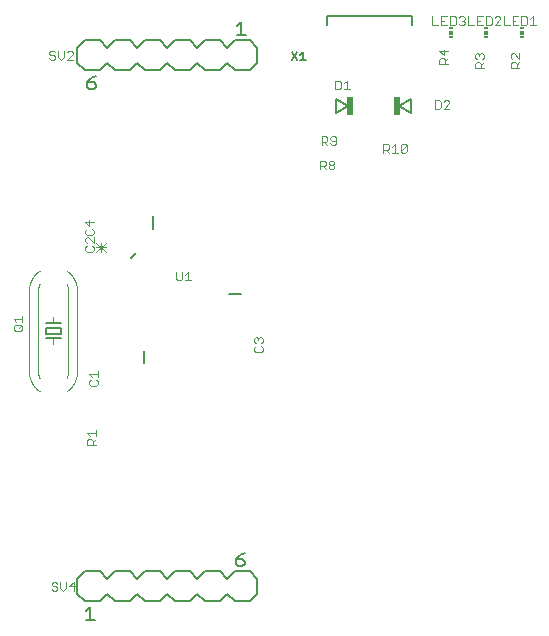
<source format=gbr>
G04 EAGLE Gerber RS-274X export*
G75*
%MOMM*%
%FSLAX34Y34*%
%LPD*%
%INSilkscreen Top*%
%IPPOS*%
%AMOC8*
5,1,8,0,0,1.08239X$1,22.5*%
G01*
%ADD10C,0.076200*%
%ADD11C,0.203200*%
%ADD12R,0.609600X1.574800*%
%ADD13R,0.300000X0.150000*%
%ADD14R,0.300000X0.300000*%
%ADD15C,0.050800*%
%ADD16C,0.152400*%
%ADD17C,0.127000*%


D10*
X373078Y220415D02*
X371850Y219186D01*
X371850Y216729D01*
X373078Y215500D01*
X377993Y215500D01*
X379222Y216729D01*
X379222Y219186D01*
X377993Y220415D01*
X374307Y222984D02*
X371850Y225442D01*
X379222Y225442D01*
X379222Y227899D02*
X379222Y222984D01*
X368484Y332580D02*
X369713Y333808D01*
X368484Y332580D02*
X368484Y330122D01*
X369713Y328894D01*
X374628Y328894D01*
X375857Y330122D01*
X375857Y332580D01*
X374628Y333808D01*
X375857Y336378D02*
X375857Y341293D01*
X375857Y336378D02*
X370942Y341293D01*
X369713Y341293D01*
X368484Y340064D01*
X368484Y337606D01*
X369713Y336378D01*
X511550Y247761D02*
X512778Y248990D01*
X511550Y247761D02*
X511550Y245304D01*
X512778Y244075D01*
X517693Y244075D01*
X518922Y245304D01*
X518922Y247761D01*
X517693Y248990D01*
X512778Y251559D02*
X511550Y252788D01*
X511550Y255245D01*
X512778Y256474D01*
X514007Y256474D01*
X515236Y255245D01*
X515236Y254017D01*
X515236Y255245D02*
X516465Y256474D01*
X517693Y256474D01*
X518922Y255245D01*
X518922Y252788D01*
X517693Y251559D01*
X369713Y348096D02*
X368484Y346867D01*
X368484Y344410D01*
X369713Y343181D01*
X374628Y343181D01*
X375857Y344410D01*
X375857Y346867D01*
X374628Y348096D01*
X375857Y354351D02*
X368484Y354351D01*
X372170Y350665D01*
X372170Y355580D01*
D11*
X581105Y446338D02*
X591105Y452338D01*
X581105Y458338D01*
X581105Y446338D01*
D12*
X592963Y452338D03*
D10*
X580090Y466498D02*
X580090Y473870D01*
X580090Y466498D02*
X583776Y466498D01*
X585005Y467727D01*
X585005Y472642D01*
X583776Y473870D01*
X580090Y473870D01*
X587574Y471413D02*
X590032Y473870D01*
X590032Y466498D01*
X592489Y466498D02*
X587574Y466498D01*
D11*
X634445Y452338D02*
X644445Y458338D01*
X634445Y452338D02*
X644445Y446338D01*
X644445Y458338D01*
D12*
X632587Y452338D03*
D10*
X664591Y449861D02*
X664591Y457233D01*
X664591Y449861D02*
X668277Y449861D01*
X669506Y451090D01*
X669506Y456005D01*
X668277Y457233D01*
X664591Y457233D01*
X672075Y449861D02*
X676990Y449861D01*
X672075Y449861D02*
X676990Y454776D01*
X676990Y456005D01*
X675761Y457233D01*
X673304Y457233D01*
X672075Y456005D01*
D13*
X738275Y510500D03*
X738275Y518000D03*
D14*
X738275Y514250D03*
D10*
X722919Y520791D02*
X722919Y528163D01*
X722919Y520791D02*
X727834Y520791D01*
X730404Y528163D02*
X735318Y528163D01*
X730404Y528163D02*
X730404Y520791D01*
X735318Y520791D01*
X732861Y524477D02*
X730404Y524477D01*
X737888Y528163D02*
X737888Y520791D01*
X741574Y520791D01*
X742803Y522019D01*
X742803Y526934D01*
X741574Y528163D01*
X737888Y528163D01*
X745372Y525705D02*
X747829Y528163D01*
X747829Y520791D01*
X745372Y520791D02*
X750287Y520791D01*
D13*
X708113Y510500D03*
X708113Y518000D03*
D14*
X708113Y514250D03*
D10*
X692757Y520791D02*
X692757Y528163D01*
X692757Y520791D02*
X697672Y520791D01*
X700241Y528163D02*
X705156Y528163D01*
X700241Y528163D02*
X700241Y520791D01*
X705156Y520791D01*
X702698Y524477D02*
X700241Y524477D01*
X707725Y528163D02*
X707725Y520791D01*
X711411Y520791D01*
X712640Y522019D01*
X712640Y526934D01*
X711411Y528163D01*
X707725Y528163D01*
X715209Y520791D02*
X720124Y520791D01*
X720124Y525705D02*
X715209Y520791D01*
X720124Y525705D02*
X720124Y526934D01*
X718895Y528163D01*
X716438Y528163D01*
X715209Y526934D01*
D15*
X352741Y312927D02*
X353146Y312644D01*
X353545Y312351D01*
X353936Y312049D01*
X354320Y311737D01*
X354696Y311416D01*
X355064Y311086D01*
X355424Y310747D01*
X355775Y310399D01*
X356118Y310043D01*
X356453Y309678D01*
X356778Y309306D01*
X357094Y308926D01*
X357401Y308538D01*
X357698Y308143D01*
X357986Y307740D01*
X358263Y307331D01*
X358531Y306916D01*
X358788Y306493D01*
X359035Y306065D01*
X359272Y305631D01*
X359498Y305191D01*
X359713Y304746D01*
X359917Y304296D01*
X360111Y303840D01*
X360293Y303381D01*
X360464Y302917D01*
X360623Y302449D01*
X360771Y301977D01*
X360908Y301502D01*
X361033Y301023D01*
X361146Y300542D01*
X361248Y300058D01*
X361338Y299572D01*
X361416Y299084D01*
X361482Y298594D01*
X361536Y298102D01*
X361578Y297609D01*
X361608Y297116D01*
X361626Y296622D01*
X361632Y296127D01*
X361633Y227547D02*
X361627Y227053D01*
X361609Y226559D01*
X361579Y226065D01*
X361537Y225573D01*
X361483Y225081D01*
X361417Y224591D01*
X361339Y224103D01*
X361249Y223616D01*
X361148Y223133D01*
X361034Y222651D01*
X360909Y222173D01*
X360773Y221698D01*
X360625Y221226D01*
X360465Y220758D01*
X360294Y220294D01*
X360112Y219834D01*
X359919Y219379D01*
X359715Y218928D01*
X359500Y218483D01*
X359274Y218043D01*
X359037Y217609D01*
X358790Y217181D01*
X358533Y216759D01*
X358265Y216343D01*
X357987Y215934D01*
X357700Y215531D01*
X357403Y215136D01*
X357096Y214748D01*
X356780Y214368D01*
X356454Y213996D01*
X356120Y213631D01*
X355777Y213275D01*
X355426Y212927D01*
X355066Y212588D01*
X354698Y212258D01*
X354322Y211937D01*
X353938Y211625D01*
X353547Y211322D01*
X353148Y211030D01*
X352743Y210746D01*
X328613Y227548D02*
X328613Y296128D01*
X320993Y296128D02*
X320993Y227548D01*
X354013Y227548D02*
X354013Y296128D01*
X328612Y227547D02*
X328616Y227246D01*
X328626Y226944D01*
X328644Y226644D01*
X328669Y226343D01*
X328701Y226043D01*
X328741Y225744D01*
X328787Y225446D01*
X328840Y225150D01*
X328901Y224854D01*
X328968Y224561D01*
X329042Y224268D01*
X329124Y223978D01*
X329212Y223690D01*
X329307Y223404D01*
X329409Y223120D01*
X329517Y222839D01*
X329632Y222560D01*
X329754Y222284D01*
X329882Y222011D01*
X352743Y222011D02*
X352871Y222284D01*
X352993Y222560D01*
X353108Y222839D01*
X353216Y223120D01*
X353318Y223404D01*
X353413Y223690D01*
X353501Y223978D01*
X353583Y224268D01*
X353657Y224561D01*
X353724Y224854D01*
X353785Y225150D01*
X353838Y225446D01*
X353884Y225744D01*
X353924Y226043D01*
X353956Y226343D01*
X353981Y226644D01*
X353999Y226944D01*
X354009Y227246D01*
X354013Y227547D01*
X329882Y210746D02*
X329477Y211029D01*
X329078Y211322D01*
X328687Y211625D01*
X328303Y211937D01*
X327927Y212258D01*
X327559Y212588D01*
X327199Y212927D01*
X326848Y213275D01*
X326505Y213631D01*
X326170Y213995D01*
X325845Y214368D01*
X325529Y214748D01*
X325222Y215136D01*
X324925Y215531D01*
X324637Y215933D01*
X324360Y216343D01*
X324092Y216758D01*
X323835Y217181D01*
X323588Y217609D01*
X323351Y218043D01*
X323125Y218483D01*
X322910Y218928D01*
X322705Y219378D01*
X322512Y219834D01*
X322330Y220293D01*
X322159Y220757D01*
X322000Y221225D01*
X321851Y221697D01*
X321715Y222172D01*
X321590Y222651D01*
X321477Y223132D01*
X321375Y223616D01*
X321285Y224102D01*
X321207Y224591D01*
X321141Y225081D01*
X321087Y225572D01*
X321045Y226065D01*
X321015Y226559D01*
X320997Y227053D01*
X320991Y227547D01*
X320992Y296128D02*
X320998Y296622D01*
X321016Y297116D01*
X321046Y297610D01*
X321088Y298102D01*
X321142Y298594D01*
X321208Y299084D01*
X321286Y299572D01*
X321376Y300059D01*
X321477Y300542D01*
X321591Y301024D01*
X321716Y301502D01*
X321852Y301977D01*
X322000Y302449D01*
X322160Y302917D01*
X322331Y303381D01*
X322513Y303841D01*
X322706Y304296D01*
X322910Y304747D01*
X323125Y305192D01*
X323351Y305632D01*
X323588Y306066D01*
X323835Y306494D01*
X324092Y306916D01*
X324360Y307332D01*
X324638Y307741D01*
X324925Y308144D01*
X325222Y308539D01*
X325529Y308927D01*
X325845Y309307D01*
X326171Y309679D01*
X326505Y310044D01*
X326848Y310400D01*
X327199Y310748D01*
X327559Y311087D01*
X327927Y311417D01*
X328303Y311738D01*
X328687Y312050D01*
X329078Y312353D01*
X329477Y312645D01*
X329882Y312929D01*
X329882Y301664D02*
X329754Y301391D01*
X329632Y301115D01*
X329517Y300836D01*
X329409Y300555D01*
X329307Y300271D01*
X329212Y299985D01*
X329124Y299697D01*
X329042Y299407D01*
X328968Y299114D01*
X328901Y298821D01*
X328840Y298525D01*
X328787Y298229D01*
X328741Y297931D01*
X328701Y297632D01*
X328669Y297332D01*
X328644Y297031D01*
X328626Y296731D01*
X328616Y296429D01*
X328612Y296128D01*
X352743Y301664D02*
X352871Y301391D01*
X352993Y301115D01*
X353108Y300836D01*
X353216Y300555D01*
X353318Y300271D01*
X353413Y299985D01*
X353501Y299697D01*
X353583Y299407D01*
X353657Y299114D01*
X353724Y298821D01*
X353785Y298525D01*
X353838Y298229D01*
X353884Y297931D01*
X353924Y297632D01*
X353956Y297332D01*
X353981Y297031D01*
X353999Y296731D01*
X354009Y296429D01*
X354013Y296128D01*
X361633Y296128D02*
X361633Y227548D01*
D16*
X347663Y259298D02*
X334963Y259298D01*
X347663Y259298D02*
X347663Y264378D01*
X334963Y264378D01*
X334963Y259298D01*
X334963Y255488D02*
X341313Y255488D01*
X347663Y255488D01*
D15*
X341313Y255488D02*
X341313Y250408D01*
D16*
X341313Y268188D02*
X334963Y268188D01*
X341313Y268188D02*
X347663Y268188D01*
D15*
X341313Y268188D02*
X341313Y273268D01*
D10*
X314033Y262219D02*
X309118Y262219D01*
X307889Y263447D01*
X307889Y265905D01*
X309118Y267133D01*
X314033Y267133D01*
X315262Y265905D01*
X315262Y263447D01*
X314033Y262219D01*
X312804Y264676D02*
X315262Y267133D01*
X310347Y269703D02*
X307889Y272160D01*
X315262Y272160D01*
X315262Y269703D02*
X315262Y274618D01*
X370072Y165381D02*
X377444Y165381D01*
X370072Y165381D02*
X370072Y169067D01*
X371300Y170296D01*
X373758Y170296D01*
X374987Y169067D01*
X374987Y165381D01*
X374987Y167838D02*
X377444Y170296D01*
X372529Y172865D02*
X370072Y175323D01*
X377444Y175323D01*
X377444Y177780D02*
X377444Y172865D01*
X620866Y412841D02*
X620866Y420213D01*
X624552Y420213D01*
X625781Y418984D01*
X625781Y416527D01*
X624552Y415298D01*
X620866Y415298D01*
X623323Y415298D02*
X625781Y412841D01*
X628350Y417755D02*
X630808Y420213D01*
X630808Y412841D01*
X633265Y412841D02*
X628350Y412841D01*
X635834Y414069D02*
X635834Y418984D01*
X637063Y420213D01*
X639520Y420213D01*
X640749Y418984D01*
X640749Y414069D01*
X639520Y412841D01*
X637063Y412841D01*
X635834Y414069D01*
X640749Y418984D01*
X728847Y484469D02*
X736219Y484469D01*
X728847Y484469D02*
X728847Y488155D01*
X730075Y489383D01*
X732533Y489383D01*
X733762Y488155D01*
X733762Y484469D01*
X733762Y486926D02*
X736219Y489383D01*
X736219Y491953D02*
X736219Y496868D01*
X736219Y491953D02*
X731304Y496868D01*
X730075Y496868D01*
X728847Y495639D01*
X728847Y493181D01*
X730075Y491953D01*
X706057Y484469D02*
X698684Y484469D01*
X698684Y488155D01*
X699913Y489383D01*
X702370Y489383D01*
X703599Y488155D01*
X703599Y484469D01*
X703599Y486926D02*
X706057Y489383D01*
X699913Y491953D02*
X698684Y493181D01*
X698684Y495639D01*
X699913Y496868D01*
X701142Y496868D01*
X702370Y495639D01*
X702370Y494410D01*
X702370Y495639D02*
X703599Y496868D01*
X704828Y496868D01*
X706057Y495639D01*
X706057Y493181D01*
X704828Y491953D01*
X567119Y406116D02*
X567119Y398744D01*
X567119Y406116D02*
X570805Y406116D01*
X572033Y404887D01*
X572033Y402430D01*
X570805Y401201D01*
X567119Y401201D01*
X569576Y401201D02*
X572033Y398744D01*
X574603Y404887D02*
X575831Y406116D01*
X578289Y406116D01*
X579518Y404887D01*
X579518Y403658D01*
X578289Y402430D01*
X579518Y401201D01*
X579518Y399972D01*
X578289Y398744D01*
X575831Y398744D01*
X574603Y399972D01*
X574603Y401201D01*
X575831Y402430D01*
X574603Y403658D01*
X574603Y404887D01*
X575831Y402430D02*
X578289Y402430D01*
X568706Y419381D02*
X568706Y426753D01*
X572392Y426753D01*
X573621Y425525D01*
X573621Y423067D01*
X572392Y421838D01*
X568706Y421838D01*
X571163Y421838D02*
X573621Y419381D01*
X576190Y420610D02*
X577419Y419381D01*
X579876Y419381D01*
X581105Y420610D01*
X581105Y425525D01*
X579876Y426753D01*
X577419Y426753D01*
X576190Y425525D01*
X576190Y424296D01*
X577419Y423067D01*
X581105Y423067D01*
D16*
X418084Y244947D02*
X418084Y234787D01*
X426212Y348579D02*
X426212Y358993D01*
X489966Y292953D02*
X500126Y292953D01*
X411480Y327497D02*
X407416Y323433D01*
D10*
X385790Y328599D02*
X377825Y336564D01*
X377825Y328599D02*
X385790Y336564D01*
X385790Y332582D02*
X377825Y332582D01*
X381808Y328599D02*
X381808Y336564D01*
X377825Y336564D02*
X385790Y328599D01*
X377825Y328599D02*
X385790Y336564D01*
X385790Y332582D02*
X377825Y332582D01*
X381808Y328599D02*
X381808Y336564D01*
X445580Y312072D02*
X445580Y305929D01*
X446808Y304700D01*
X449266Y304700D01*
X450494Y305929D01*
X450494Y312072D01*
X453064Y309615D02*
X455521Y312072D01*
X455521Y304700D01*
X453064Y304700D02*
X457979Y304700D01*
D17*
X645600Y521250D02*
X645600Y528750D01*
X573600Y528750D01*
X573600Y521250D01*
D16*
X543361Y497914D02*
X547768Y491304D01*
X543361Y491304D02*
X547768Y497914D01*
X550845Y495710D02*
X553049Y497914D01*
X553049Y491304D01*
X555252Y491304D02*
X550845Y491304D01*
D13*
X677950Y510500D03*
X677950Y518000D03*
D14*
X677950Y514250D03*
D10*
X662594Y520791D02*
X662594Y528163D01*
X662594Y520791D02*
X667509Y520791D01*
X670079Y528163D02*
X674993Y528163D01*
X670079Y528163D02*
X670079Y520791D01*
X674993Y520791D01*
X672536Y524477D02*
X670079Y524477D01*
X677563Y528163D02*
X677563Y520791D01*
X681249Y520791D01*
X682478Y522019D01*
X682478Y526934D01*
X681249Y528163D01*
X677563Y528163D01*
X685047Y526934D02*
X686276Y528163D01*
X688733Y528163D01*
X689962Y526934D01*
X689962Y525705D01*
X688733Y524477D01*
X687504Y524477D01*
X688733Y524477D02*
X689962Y523248D01*
X689962Y522019D01*
X688733Y520791D01*
X686276Y520791D01*
X685047Y522019D01*
X675894Y487644D02*
X668522Y487644D01*
X668522Y491330D01*
X669750Y492558D01*
X672208Y492558D01*
X673437Y491330D01*
X673437Y487644D01*
X673437Y490101D02*
X675894Y492558D01*
X675894Y498814D02*
X668522Y498814D01*
X672208Y495128D01*
X672208Y500043D01*
D16*
X508000Y482500D02*
X495300Y482500D01*
X488950Y488850D01*
X488950Y501550D02*
X495300Y507900D01*
X488950Y488850D02*
X482600Y482500D01*
X469900Y482500D01*
X463550Y488850D01*
X463550Y501550D02*
X469900Y507900D01*
X482600Y507900D01*
X488950Y501550D01*
X514350Y501550D02*
X514350Y488850D01*
X508000Y482500D01*
X514350Y501550D02*
X508000Y507900D01*
X495300Y507900D01*
X463550Y488850D02*
X457200Y482500D01*
X444500Y482500D01*
X438150Y488850D01*
X438150Y501550D02*
X444500Y507900D01*
X457200Y507900D01*
X463550Y501550D01*
X431800Y482500D02*
X419100Y482500D01*
X412750Y488850D01*
X412750Y501550D02*
X419100Y507900D01*
X412750Y488850D02*
X406400Y482500D01*
X393700Y482500D01*
X387350Y488850D01*
X387350Y501550D02*
X393700Y507900D01*
X406400Y507900D01*
X412750Y501550D01*
X431800Y482500D02*
X438150Y488850D01*
X438150Y501550D02*
X431800Y507900D01*
X419100Y507900D01*
X387350Y488850D02*
X381000Y482500D01*
X368300Y482500D01*
X361950Y488850D01*
X361950Y501550D02*
X368300Y507900D01*
X381000Y507900D01*
X387350Y501550D01*
X361950Y501550D02*
X361950Y488850D01*
D17*
X496941Y519972D02*
X500754Y523785D01*
X500754Y512345D01*
X496941Y512345D02*
X504568Y512345D01*
X377568Y478065D02*
X373754Y476158D01*
X369941Y472345D01*
X369941Y468532D01*
X371848Y466625D01*
X375661Y466625D01*
X377568Y468532D01*
X377568Y470438D01*
X375661Y472345D01*
X369941Y472345D01*
D10*
X343206Y497724D02*
X341977Y498953D01*
X339520Y498953D01*
X338291Y497724D01*
X338291Y496495D01*
X339520Y495267D01*
X341977Y495267D01*
X343206Y494038D01*
X343206Y492809D01*
X341977Y491581D01*
X339520Y491581D01*
X338291Y492809D01*
X345775Y494038D02*
X345775Y498953D01*
X345775Y494038D02*
X348233Y491581D01*
X350690Y494038D01*
X350690Y498953D01*
X353259Y491581D02*
X358174Y491581D01*
X358174Y496495D02*
X353259Y491581D01*
X358174Y496495D02*
X358174Y497724D01*
X356945Y498953D01*
X354488Y498953D01*
X353259Y497724D01*
D16*
X368300Y58325D02*
X381000Y58325D01*
X387350Y51975D01*
X387350Y39275D02*
X381000Y32925D01*
X387350Y51975D02*
X393700Y58325D01*
X406400Y58325D01*
X412750Y51975D01*
X412750Y39275D02*
X406400Y32925D01*
X393700Y32925D01*
X387350Y39275D01*
X361950Y39275D02*
X361950Y51975D01*
X368300Y58325D01*
X361950Y39275D02*
X368300Y32925D01*
X381000Y32925D01*
X412750Y51975D02*
X419100Y58325D01*
X431800Y58325D01*
X438150Y51975D01*
X438150Y39275D02*
X431800Y32925D01*
X419100Y32925D01*
X412750Y39275D01*
X444500Y58325D02*
X457200Y58325D01*
X463550Y51975D01*
X463550Y39275D02*
X457200Y32925D01*
X463550Y51975D02*
X469900Y58325D01*
X482600Y58325D01*
X488950Y51975D01*
X488950Y39275D02*
X482600Y32925D01*
X469900Y32925D01*
X463550Y39275D01*
X444500Y58325D02*
X438150Y51975D01*
X438150Y39275D02*
X444500Y32925D01*
X457200Y32925D01*
X488950Y51975D02*
X495300Y58325D01*
X508000Y58325D01*
X514350Y51975D01*
X514350Y39275D02*
X508000Y32925D01*
X495300Y32925D01*
X488950Y39275D01*
X514350Y39275D02*
X514350Y51975D01*
D17*
X372748Y28490D02*
X368935Y24677D01*
X372748Y28490D02*
X372748Y17050D01*
X368935Y17050D02*
X376562Y17050D01*
X499748Y72303D02*
X503562Y74210D01*
X499748Y72303D02*
X495935Y68490D01*
X495935Y64677D01*
X497842Y62770D01*
X501655Y62770D01*
X503562Y64677D01*
X503562Y66583D01*
X501655Y68490D01*
X495935Y68490D01*
D10*
X345021Y48022D02*
X343792Y49251D01*
X341335Y49251D01*
X340106Y48022D01*
X340106Y46793D01*
X341335Y45565D01*
X343792Y45565D01*
X345021Y44336D01*
X345021Y43107D01*
X343792Y41879D01*
X341335Y41879D01*
X340106Y43107D01*
X347590Y44336D02*
X347590Y49251D01*
X347590Y44336D02*
X350048Y41879D01*
X352505Y44336D01*
X352505Y49251D01*
X358760Y49251D02*
X358760Y41879D01*
X355074Y45565D02*
X358760Y49251D01*
X359989Y45565D02*
X355074Y45565D01*
M02*

</source>
